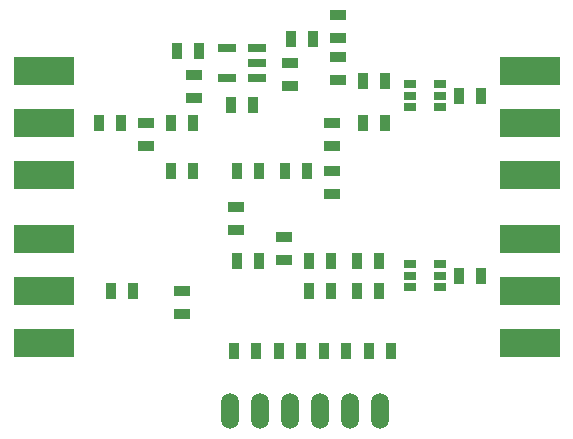
<source format=gts>
%FSLAX34Y34*%
G04 Gerber Fmt 3.4, Leading zero omitted, Abs format*
G04 (created by PCBNEW (2014-03-19 BZR 4756)-product) date Mon Jun 30 13:49:00 2014*
%MOIN*%
G01*
G70*
G90*
G04 APERTURE LIST*
%ADD10C,0.005906*%
%ADD11R,0.055000X0.035000*%
%ADD12R,0.035000X0.055000*%
%ADD13R,0.200787X0.094488*%
%ADD14O,0.059300X0.118700*%
%ADD15R,0.059055X0.031496*%
%ADD16R,0.039400X0.027600*%
G04 APERTURE END LIST*
G54D10*
G54D11*
X56800Y-35825D03*
X56800Y-36575D03*
G54D12*
X56225Y-35000D03*
X56975Y-35000D03*
X63175Y-36000D03*
X62425Y-36000D03*
X63175Y-37400D03*
X62425Y-37400D03*
X62975Y-42000D03*
X62225Y-42000D03*
X62975Y-43000D03*
X62225Y-43000D03*
X63375Y-45000D03*
X62625Y-45000D03*
X61125Y-45000D03*
X61875Y-45000D03*
X58125Y-45000D03*
X58875Y-45000D03*
X66375Y-36500D03*
X65625Y-36500D03*
X66375Y-42500D03*
X65625Y-42500D03*
X60375Y-45000D03*
X59625Y-45000D03*
G54D13*
X51800Y-43000D03*
X51800Y-41267D03*
X51800Y-44732D03*
X51800Y-37400D03*
X51800Y-35667D03*
X51800Y-39132D03*
X68000Y-37400D03*
X68000Y-35667D03*
X68000Y-39132D03*
X68000Y-43000D03*
X68000Y-41267D03*
X68000Y-44732D03*
G54D14*
X63000Y-47000D03*
X62000Y-47000D03*
X61000Y-47000D03*
X60000Y-47000D03*
X59000Y-47000D03*
X58000Y-47000D03*
G54D12*
X54025Y-43000D03*
X54775Y-43000D03*
X54375Y-37400D03*
X53625Y-37400D03*
G54D11*
X56400Y-43025D03*
X56400Y-43775D03*
X55200Y-38175D03*
X55200Y-37425D03*
G54D12*
X60625Y-43000D03*
X61375Y-43000D03*
X56775Y-37400D03*
X56025Y-37400D03*
X56775Y-39000D03*
X56025Y-39000D03*
X58975Y-39000D03*
X58225Y-39000D03*
G54D11*
X58200Y-40975D03*
X58200Y-40225D03*
G54D12*
X59825Y-39000D03*
X60575Y-39000D03*
X58225Y-42000D03*
X58975Y-42000D03*
G54D11*
X61400Y-39025D03*
X61400Y-39775D03*
X59800Y-41975D03*
X59800Y-41225D03*
G54D12*
X60025Y-34600D03*
X60775Y-34600D03*
X58025Y-36800D03*
X58775Y-36800D03*
G54D11*
X60000Y-36175D03*
X60000Y-35425D03*
G54D12*
X61375Y-42000D03*
X60625Y-42000D03*
G54D11*
X61400Y-37425D03*
X61400Y-38175D03*
X61600Y-34575D03*
X61600Y-33825D03*
X61600Y-35975D03*
X61600Y-35225D03*
G54D15*
X58900Y-34900D03*
X58900Y-35400D03*
X58900Y-35900D03*
X57900Y-35900D03*
X57900Y-34900D03*
G54D16*
X65000Y-36125D03*
X65000Y-36500D03*
X65000Y-36875D03*
X64000Y-36875D03*
X64000Y-36500D03*
X64000Y-36125D03*
X65000Y-42125D03*
X65000Y-42500D03*
X65000Y-42875D03*
X64000Y-42875D03*
X64000Y-42500D03*
X64000Y-42125D03*
M02*

</source>
